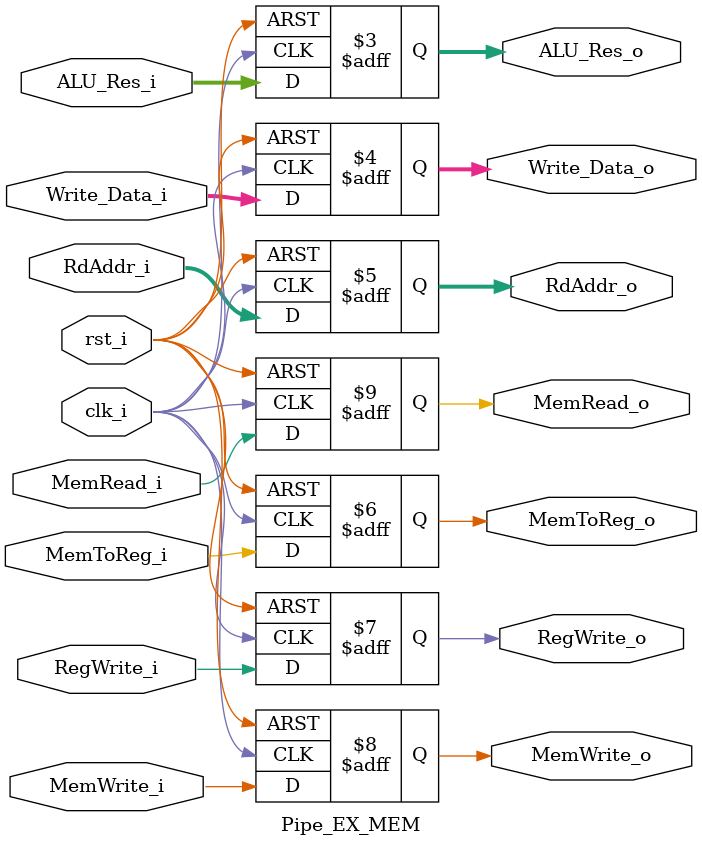
<source format=v>
module Pipe_EX_MEM(
    clk_i,  
    rst_i,
    
    ALU_Res_i,
    ALU_Res_o,
    Write_Data_i,
    Write_Data_o,
    RdAddr_i,
    RdAddr_o,

    MemToReg_i,
    RegWrite_i,
    MemWrite_i,
    MemRead_i ,
    MemToReg_o,
    RegWrite_o,
    MemWrite_o,
    MemRead_o ,
);

input clk_i;
input rst_i;
input      [31:0] ALU_Res_i;
output reg [31:0] ALU_Res_o;
input      [31:0] Write_Data_i;
output reg [31:0] Write_Data_o;
input      [4:0]  RdAddr_i;
output reg [4:0]  RdAddr_o;

input            MemToReg_i;
input            RegWrite_i;
input            MemWrite_i;
input            MemRead_i;
output reg       MemToReg_o;
output reg       RegWrite_o;
output reg       MemWrite_o;
output reg       MemRead_o;


always @(posedge clk_i or negedge rst_i) begin
    if( ~rst_i ) begin
        ALU_Res_o <= 0;
        Write_Data_o <= 0;
        RdAddr_o <= 0;
        MemToReg_o <= 0;
        RegWrite_o <= 0;
        MemWrite_o <= 0;
        MemRead_o <= 0;
    end
    else begin
        ALU_Res_o <= ALU_Res_i;
        Write_Data_o <= Write_Data_i;
        RdAddr_o <= RdAddr_i;
        MemToReg_o <= MemToReg_i;
        RegWrite_o <= RegWrite_i;
        MemWrite_o <= MemWrite_i;
        MemRead_o <= MemRead_i;
    end
end

endmodule

</source>
